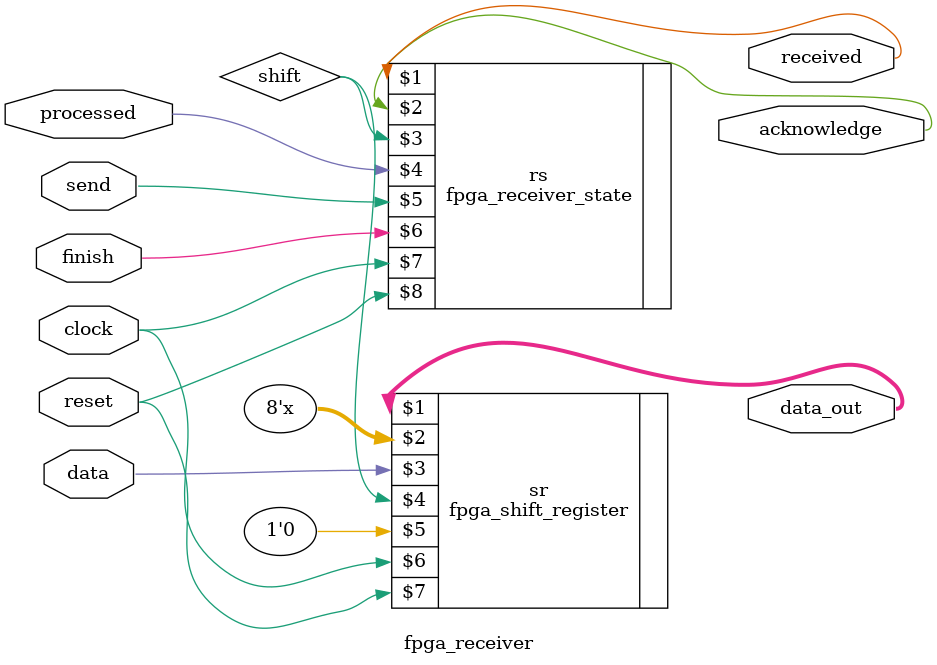
<source format=v>

module fpga_receiver(
  
  // Data received, to be sent out to other systems
  output [7:0] data_out,

  // received is telling other system that a new data is ready
  // acknowledge tells the transmitter that the data is received
  output received,
  output acknowledge,

  // the data line, received serially
  input data,

  // processed is from other system telling that the data is used
  input processed,

  // send and finish is for transmitter to tell that the data is sending
  input send,
  input finish,

  // the system clock
  input clock,

  // system reset
  input reset
);

wire shift;

// redirecting the wires as shown in block diagram
fpga_receiver_state rs(received, acknowledge, shift, processed, send, finish, clock, reset);
fpga_shift_register sr(data_out, 8'hZ, data, shift, 1'b0, clock, reset);

endmodule


</source>
